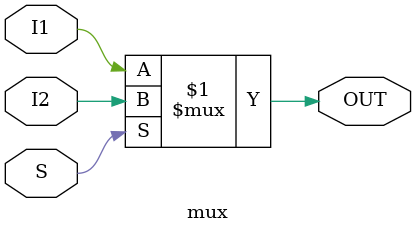
<source format=v>
`timescale 1ns / 1ps


module mux(
    I1,I2,S,OUT
    );
    input I1,I2,S;
    output OUT;
    assign OUT = (S)?I2:I1;
endmodule

</source>
